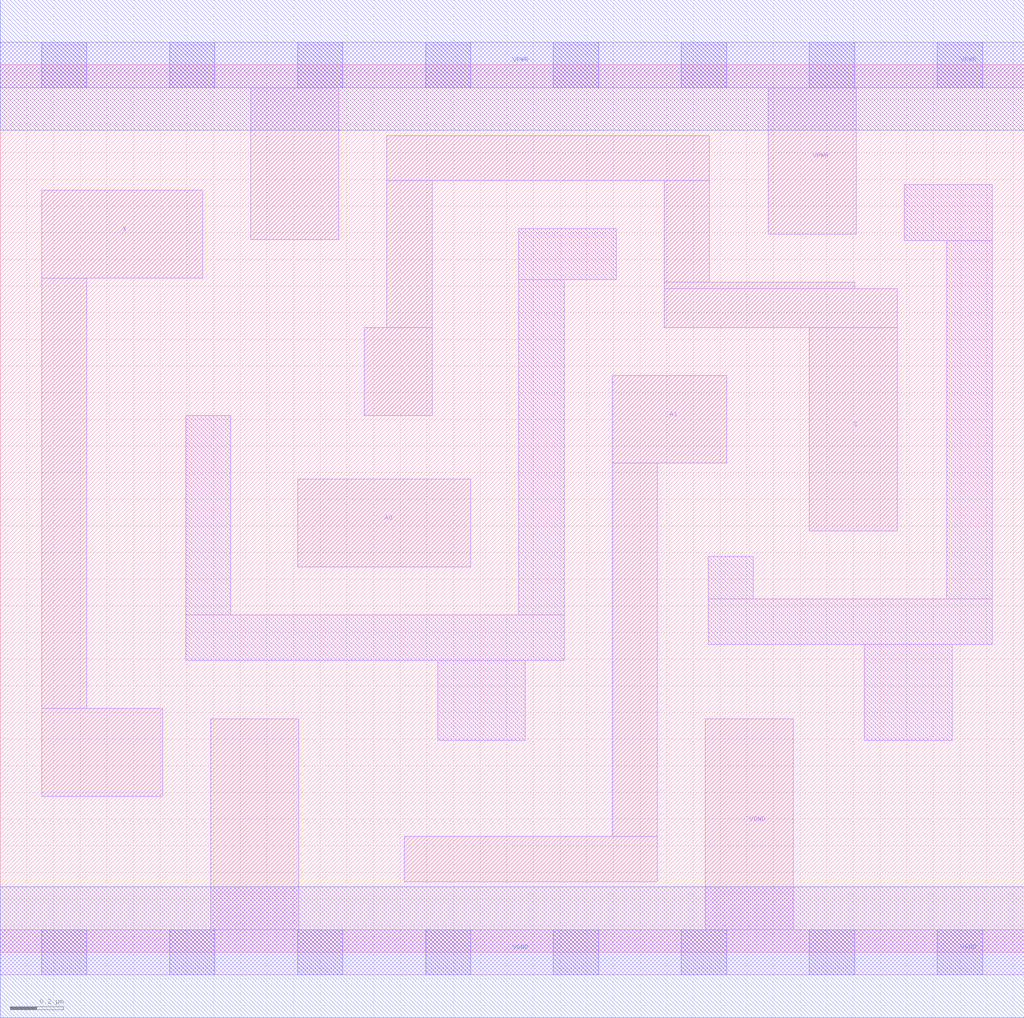
<source format=lef>
# Copyright 2020 The SkyWater PDK Authors
#
# Licensed under the Apache License, Version 2.0 (the "License");
# you may not use this file except in compliance with the License.
# You may obtain a copy of the License at
#
#     https://www.apache.org/licenses/LICENSE-2.0
#
# Unless required by applicable law or agreed to in writing, software
# distributed under the License is distributed on an "AS IS" BASIS,
# WITHOUT WARRANTIES OR CONDITIONS OF ANY KIND, either express or implied.
# See the License for the specific language governing permissions and
# limitations under the License.
#
# SPDX-License-Identifier: Apache-2.0

VERSION 5.7 ;
  NAMESCASESENSITIVE ON ;
  NOWIREEXTENSIONATPIN ON ;
  DIVIDERCHAR "/" ;
  BUSBITCHARS "[]" ;
UNITS
  DATABASE MICRONS 200 ;
END UNITS
MACRO sky130_fd_sc_lp__mux2_m
  CLASS CORE ;
  SOURCE USER ;
  FOREIGN sky130_fd_sc_lp__mux2_m ;
  ORIGIN  0.000000  0.000000 ;
  SIZE  3.840000 BY  3.330000 ;
  SYMMETRY X Y R90 ;
  SITE unit ;
  PIN A0
    ANTENNAGATEAREA  0.126000 ;
    DIRECTION INPUT ;
    USE SIGNAL ;
    PORT
      LAYER li1 ;
        RECT 1.115000 1.445000 1.765000 1.775000 ;
    END
  END A0
  PIN A1
    ANTENNAGATEAREA  0.126000 ;
    DIRECTION INPUT ;
    USE SIGNAL ;
    PORT
      LAYER li1 ;
        RECT 1.515000 0.265000 2.465000 0.435000 ;
        RECT 2.295000 0.435000 2.465000 1.835000 ;
        RECT 2.295000 1.835000 2.725000 2.165000 ;
    END
  END A1
  PIN S
    ANTENNAGATEAREA  0.252000 ;
    DIRECTION INPUT ;
    USE SIGNAL ;
    PORT
      LAYER li1 ;
        RECT 1.365000 2.015000 1.620000 2.345000 ;
        RECT 1.450000 2.345000 1.620000 2.895000 ;
        RECT 1.450000 2.895000 2.660000 3.065000 ;
        RECT 2.490000 2.345000 3.365000 2.490000 ;
        RECT 2.490000 2.490000 3.205000 2.515000 ;
        RECT 2.490000 2.515000 2.660000 2.895000 ;
        RECT 3.035000 1.580000 3.365000 2.345000 ;
    END
  END S
  PIN X
    ANTENNADIFFAREA  0.231000 ;
    DIRECTION OUTPUT ;
    USE SIGNAL ;
    PORT
      LAYER li1 ;
        RECT 0.155000 0.585000 0.610000 0.915000 ;
        RECT 0.155000 0.915000 0.325000 2.530000 ;
        RECT 0.155000 2.530000 0.760000 2.860000 ;
    END
  END X
  PIN VGND
    DIRECTION INOUT ;
    USE GROUND ;
    PORT
      LAYER li1 ;
        RECT 0.000000 -0.085000 3.840000 0.085000 ;
        RECT 0.790000  0.085000 1.120000 0.875000 ;
        RECT 2.645000  0.085000 2.975000 0.875000 ;
      LAYER mcon ;
        RECT 0.155000 -0.085000 0.325000 0.085000 ;
        RECT 0.635000 -0.085000 0.805000 0.085000 ;
        RECT 1.115000 -0.085000 1.285000 0.085000 ;
        RECT 1.595000 -0.085000 1.765000 0.085000 ;
        RECT 2.075000 -0.085000 2.245000 0.085000 ;
        RECT 2.555000 -0.085000 2.725000 0.085000 ;
        RECT 3.035000 -0.085000 3.205000 0.085000 ;
        RECT 3.515000 -0.085000 3.685000 0.085000 ;
      LAYER met1 ;
        RECT 0.000000 -0.245000 3.840000 0.245000 ;
    END
  END VGND
  PIN VPWR
    DIRECTION INOUT ;
    USE POWER ;
    PORT
      LAYER li1 ;
        RECT 0.000000 3.245000 3.840000 3.415000 ;
        RECT 0.940000 2.675000 1.270000 3.245000 ;
        RECT 2.880000 2.695000 3.210000 3.245000 ;
      LAYER mcon ;
        RECT 0.155000 3.245000 0.325000 3.415000 ;
        RECT 0.635000 3.245000 0.805000 3.415000 ;
        RECT 1.115000 3.245000 1.285000 3.415000 ;
        RECT 1.595000 3.245000 1.765000 3.415000 ;
        RECT 2.075000 3.245000 2.245000 3.415000 ;
        RECT 2.555000 3.245000 2.725000 3.415000 ;
        RECT 3.035000 3.245000 3.205000 3.415000 ;
        RECT 3.515000 3.245000 3.685000 3.415000 ;
      LAYER met1 ;
        RECT 0.000000 3.085000 3.840000 3.575000 ;
    END
  END VPWR
  OBS
    LAYER li1 ;
      RECT 0.695000 1.095000 2.115000 1.265000 ;
      RECT 0.695000 1.265000 0.865000 2.015000 ;
      RECT 1.640000 0.795000 1.970000 1.095000 ;
      RECT 1.945000 1.265000 2.115000 2.525000 ;
      RECT 1.945000 2.525000 2.310000 2.715000 ;
      RECT 2.655000 1.155000 3.720000 1.325000 ;
      RECT 2.655000 1.325000 2.825000 1.485000 ;
      RECT 3.240000 0.795000 3.570000 1.155000 ;
      RECT 3.390000 2.670000 3.720000 2.880000 ;
      RECT 3.550000 1.325000 3.720000 2.670000 ;
  END
END sky130_fd_sc_lp__mux2_m

</source>
